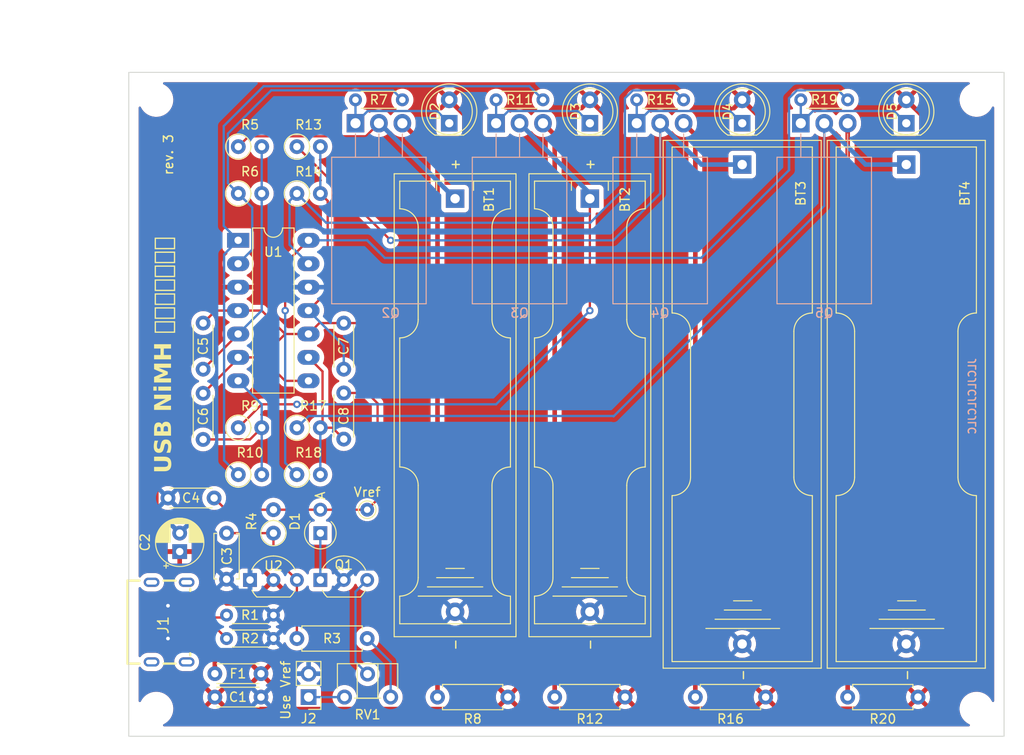
<source format=kicad_pcb>
(kicad_pcb (version 20221018) (generator pcbnew)
  (title_block (title "USB NiMH slow charger") (date "2023-03-05") (company "K.Takata"))
  (layers (0 "F.Cu" signal) (31 "B.Cu" signal) (34 "B.Paste" user) (35 "F.Paste" user) (36 "B.SilkS" user "B.Silkscreen") (37 "F.SilkS" user "F.Silkscreen") (38 "B.Mask" user) (39 "F.Mask" user) (44 "Edge.Cuts" user))
  (net 0 "")
  (net 1 "Net-(BT1-+)")
  (net 2 "GND")
  (net 3 "Net-(BT2-+)")
  (net 4 "+5V")
  (net 5 "Vref")
  (net 6 "Net-(D1-K)")
  (net 7 "Net-(D2-K)")
  (net 8 "Net-(D3-K)")
  (net 9 "/VBUS")
  (net 10 "Net-(J2-Pin_1)")
  (net 11 "Net-(J1-CC1)")
  (net 12 "Net-(J1-CC2)")
  (net 13 "Net-(Q3-E)")
  (net 14 "Net-(Q5-E)")
  (net 15 "/+3.3V")
  (net 16 "Net-(Q1-B)")
  (net 17 "Net-(BT3-+)")
  (net 18 "Net-(BT4-+)")
  (net 19 "Net-(D4-K)")
  (net 20 "Net-(D5-K)")
  (net 21 "Net-(U1C-+)")
  (net 23 "Net-(U1A-+)")
  (net 24 "Net-(U1B-+)")
  (net 25 "Net-(U1D-+)")
  (net 26 "Net-(R14-Pad1)")
  (net 27 "Net-(Q2-E)")
  (net 28 "Net-(Q4-E)")
  (net 29 "Net-(R6-Pad1)")
  (net 30 "Net-(R10-Pad1)")
  (net 31 "Net-(R18-Pad1)")
  (net 32 "Net-(R3-Pad1)")
  (footprint "Capacitor_THT:C_Disc_D4.7mm_W2.5mm_P5.00mm" (layer "F.Cu") (at 35.56 105.41 -90)
    (fp_text reference "C3" (at 2.5 -0.04 90) (layer "F.SilkS"))
    (fp_text value "10u")
    (pad "1" thru_hole circle (at 0 0 270) (size 1.6 1.6) (drill 0.8) (layers "*.Cu" "*.Mask") (net 15 "/+3.3V"))
    (pad "2" thru_hole circle (at 5 0 270) (size 1.6 1.6) (drill 0.8) (layers "*.Cu" "*.Mask") (net 2 "GND"))
  )
  (footprint "Resistor_THT:R_Axial_DIN0204_L3.6mm_D1.6mm_P5.08mm_Horizontal" (layer "F.Cu") (at 80.01 58.42)
    (fp_text reference "R15" (at 2.54 0) (layer "F.SilkS"))
    (fp_text value "2k")
    (pad "1" thru_hole circle (at 0 0) (size 1.4 1.4) (drill 0.7) (layers "*.Cu" "*.Mask") (net 19 "Net-(D4-K)"))
    (pad "2" thru_hole oval (at 5.08 0) (size 1.4 1.4) (drill 0.7) (layers "*.Cu" "*.Mask") (net 26 "Net-(R14-Pad1)"))
  )
  (footprint "MountingHole:MountingHole_3.2mm_M3" (layer "F.Cu") (at 116.84 124.46)
    (fp_text reference "H4" hide)
    (fp_text value "MountingHole")
    (pad "" np_thru_hole circle (at 0 0) (size 3.2 3.2) (drill 3.2) (layers "*.Cu" "*.Mask"))
  )
  (footprint "Capacitor_THT:C_Disc_D4.3mm_W1.9mm_P5.00mm" (layer "F.Cu") (at 34.29 120.65)
    (fp_text reference "F1" (at 2.5 0) (layer "F.SilkS"))
    (fp_text value "Polyfuse")
    (pad "1" thru_hole circle (at 0 0) (size 1.6 1.6) (drill 0.8) (layers "*.Cu" "*.Mask") (net 9 "/VBUS"))
    (pad "2" thru_hole circle (at 5 0) (size 1.6 1.6) (drill 0.8) (layers "*.Cu" "*.Mask") (net 4 "+5V"))
  )
  (footprint "Potentiometer_THT:Potentiometer_ACP_CA6-H2,5_Horizontal" (layer "F.Cu") (at 48.34 123.19 90)
    (fp_text reference "RV1" (at -1.905 2.5005 180) (layer "F.SilkS"))
    (fp_text value "10k")
    (pad "1" thru_hole circle (at 0 0 90) (size 1.62 1.62) (drill 0.9) (layers "*.Cu" "*.Mask") (net 10 "Net-(J2-Pin_1)"))
    (pad "2" thru_hole circle (at 2.5 2.5 90) (size 1.62 1.62) (drill 0.9) (layers "*.Cu" "*.Mask") (net 16 "Net-(Q1-B)"))
    (pad "3" thru_hole circle (at 0 5 90) (size 1.62 1.62) (drill 0.9) (layers "*.Cu" "*.Mask") (net 32 "Net-(R3-Pad1)"))
  )
  (footprint "Package_DIP:DIP-14_W7.62mm_LongPads" (layer "F.Cu") (at 36.815 73.655)
    (fp_text reference "U1" (at 3.81 1.27) (layer "F.SilkS"))
    (fp_text value "LM339")
    (pad "1" thru_hole rect (at 0 0) (size 2.4 1.6) (drill 0.8) (layers "*.Cu" "*.Mask") (net 30 "Net-(R10-Pad1)"))
    (pad "2" thru_hole oval (at 0 2.54) (size 2.4 1.6) (drill 0.8) (layers "*.Cu" "*.Mask") (net 29 "Net-(R6-Pad1)"))
    (pad "3" thru_hole oval (at 0 5.08) (size 2.4 1.6) (drill 0.8) (layers "*.Cu" "*.Mask") (net 4 "+5V"))
    (pad "4" thru_hole oval (at 0 7.62) (size 2.4 1.6) (drill 0.8) (layers "*.Cu" "*.Mask") (net 5 "Vref"))
    (pad "5" thru_hole oval (at 0 10.16) (size 2.4 1.6) (drill 0.8) (layers "*.Cu" "*.Mask") (net 23 "Net-(U1A-+)"))
    (pad "6" thru_hole oval (at 0 12.7) (size 2.4 1.6) (drill 0.8) (layers "*.Cu" "*.Mask") (net 5 "Vref"))
    (pad "7" thru_hole oval (at 0 15.24) (size 2.4 1.6) (drill 0.8) (layers "*.Cu" "*.Mask") (net 24 "Net-(U1B-+)"))
    (pad "8" thru_hole oval (at 7.62 15.24) (size 2.4 1.6) (drill 0.8) (layers "*.Cu" "*.Mask") (net 5 "Vref"))
    (pad "9" thru_hole oval (at 7.62 12.7) (size 2.4 1.6) (drill 0.8) (layers "*.Cu" "*.Mask") (net 25 "Net-(U1D-+)"))
    (pad "10" thru_hole oval (at 7.62 10.16) (size 2.4 1.6) (drill 0.8) (layers "*.Cu" "*.Mask") (net 5 "Vref"))
    (pad "11" thru_hole oval (at 7.62 7.62) (size 2.4 1.6) (drill 0.8) (layers "*.Cu" "*.Mask") (net 21 "Net-(U1C-+)"))
    (pad "12" thru_hole oval (at 7.62 5.08) (size 2.4 1.6) (drill 0.8) (layers "*.Cu" "*.Mask") (net 2 "GND"))
    (pad "13" thru_hole oval (at 7.62 2.54) (size 2.4 1.6) (drill 0.8) (layers "*.Cu" "*.Mask") (net 26 "Net-(R14-Pad1)"))
    (pad "14" thru_hole oval (at 7.62 0) (size 2.4 1.6) (drill 0.8) (layers "*.Cu" "*.Mask") (net 31 "Net-(R18-Pad1)"))
  )
  (footprint "Capacitor_THT:CP_Radial_D5.0mm_P2.00mm" (layer "F.Cu") (at 30.48 107.41 90)
    (fp_text reference "C2" (at 1 -3.75 90) (layer "F.SilkS"))
    (fp_text value "100u")
    (pad "1" thru_hole rect (at 0 0 90) (size 1.6 1.6) (drill 0.8) (layers "*.Cu" "*.Mask") (net 4 "+5V"))
    (pad "2" thru_hole circle (at 2 0 90) (size 1.6 1.6) (drill 0.8) (layers "*.Cu" "*.Mask") (net 2 "GND"))
  )
  (footprint "Diode_THT:D_DO-41_SOD81_P2.54mm_Vertical_AnodeUp" (layer "F.Cu") (at 45.72 105.41 90)
    (fp_text reference "D1" (at 1.27 -2.750635 90) (layer "F.SilkS"))
    (fp_text value "11EQS03L")
    (fp_text user "A" (at 4.064 0 90) (layer "F.SilkS"))
    (pad "1" thru_hole rect (at 0 0 90) (size 1.5 1.5) (drill 0.8) (layers "*.Cu" "*.Mask") (net 6 "Net-(D1-K)"))
    (pad "2" thru_hole oval (at 2.54 0 90) (size 1.5 1.5) (drill 0.8) (layers "*.Cu" "*.Mask") (net 5 "Vref"))
  )
  (footprint "Resistor_THT:R_Axial_DIN0207_L6.3mm_D2.5mm_P2.54mm_Vertical" (layer "F.Cu") (at 36.83 63.5)
    (fp_text reference "R5" (at 1.27 -2.37) (layer "F.SilkS"))
    (fp_text value "10k")
    (pad "1" thru_hole circle (at 0 0) (size 1.6 1.6) (drill 0.8) (layers "*.Cu" "*.Mask") (net 1 "Net-(BT1-+)"))
    (pad "2" thru_hole oval (at 2.54 0) (size 1.6 1.6) (drill 0.8) (layers "*.Cu" "*.Mask") (net 23 "Net-(U1A-+)"))
  )
  (footprint "LED_THT:LED_D5.0mm" (layer "F.Cu") (at 91.44 60.96 90)
    (fp_text reference "D4" (at 1.27 -1.524 90) (layer "F.SilkS"))
    (fp_text value "LED")
    (pad "1" thru_hole rect (at 0 0 90) (size 1.8 1.8) (drill 0.9) (layers "*.Cu" "*.Mask") (net 19 "Net-(D4-K)"))
    (pad "2" thru_hole circle (at 2.54 0 90) (size 1.8 1.8) (drill 0.9) (layers "*.Cu" "*.Mask") (net 4 "+5V"))
  )
  (footprint "TestPoint:TestPoint_THTPad_D1.5mm_Drill0.7mm" (layer "F.Cu") (at 50.8 102.87)
    (fp_text reference "TP1" hide)
    (fp_text value "Vref" (at 0 -1.905) (layer "F.SilkS"))
    (pad "1" thru_hole circle (at 0 0) (size 1.5 1.5) (drill 0.7) (layers "*.Cu" "*.Mask") (net 5 "Vref"))
  )
  (footprint "Package_TO_SOT_THT:TO-92_Inline_Wide" (layer "F.Cu") (at 45.72 110.49)
    (fp_text reference "Q1" (at 2.54 -1.63) (layer "F.SilkS"))
    (fp_text value "2SA1015")
    (pad "1" thru_hole rect (at 0 0) (size 1.5 1.5) (drill 0.8) (layers "*.Cu" "*.Mask") (net 6 "Net-(D1-K)"))
    (pad "2" thru_hole circle (at 2.54 0) (size 1.5 1.5) (drill 0.8) (layers "*.Cu" "*.Mask") (net 2 "GND"))
    (pad "3" thru_hole circle (at 5.08 0) (size 1.5 1.5) (drill 0.8) (layers "*.Cu" "*.Mask") (net 16 "Net-(Q1-B)"))
  )
  (footprint "LED_THT:LED_D5.0mm" (layer "F.Cu") (at 74.93 60.96 90)
    (fp_text reference "D3" (at 1.27 -1.524 90) (layer "F.SilkS"))
    (fp_text value "LED")
    (pad "1" thru_hole rect (at 0 0 90) (size 1.8 1.8) (drill 0.9) (layers "*.Cu" "*.Mask") (net 8 "Net-(D3-K)"))
    (pad "2" thru_hole circle (at 2.54 0 90) (size 1.8 1.8) (drill 0.9) (layers "*.Cu" "*.Mask") (net 4 "+5V"))
  )
  (footprint "Resistor_THT:R_Axial_DIN0207_L6.3mm_D2.5mm_P2.54mm_Vertical" (layer "F.Cu") (at 36.83 68.58)
    (fp_text reference "R6" (at 1.27 -2.37) (layer "F.SilkS"))
    (fp_text value "1M")
    (pad "1" thru_hole circle (at 0 0) (size 1.6 1.6) (drill 0.8) (layers "*.Cu" "*.Mask") (net 29 "Net-(R6-Pad1)"))
    (pad "2" thru_hole oval (at 2.54 0) (size 1.6 1.6) (drill 0.8) (layers "*.Cu" "*.Mask") (net 23 "Net-(U1A-+)"))
  )
  (footprint "Resistor_THT:R_Axial_DIN0207_L6.3mm_D2.5mm_P7.62mm_Horizontal" (layer "F.Cu") (at 50.8 116.84 180)
    (fp_text reference "R3" (at 3.81 0) (layer "F.SilkS"))
    (fp_text value "10k")
    (pad "1" thru_hole circle (at 0 0 180) (size 1.6 1.6) (drill 0.8) (layers "*.Cu" "*.Mask") (net 32 "Net-(R3-Pad1)"))
    (pad "2" thru_hole oval (at 7.62 0 180) (size 1.6 1.6) (drill 0.8) (layers "*.Cu" "*.Mask") (net 15 "/+3.3V"))
  )
  (footprint "Package_TO_SOT_THT:TO-92_Inline_Wide" (layer "F.Cu") (at 38.1 110.49)
    (fp_text reference "U2" (at 2.54 -1.524) (layer "F.SilkS"))
    (fp_text value "S-812C33A_TO92")
    (pad "1" thru_hole rect (at 0 0) (size 1.5 1.5) (drill 0.8) (layers "*.Cu" "*.Mask") (net 2 "GND"))
    (pad "2" thru_hole circle (at 2.54 0) (size 1.5 1.5) (drill 0.8) (layers "*.Cu" "*.Mask") (net 4 "+5V"))
    (pad "3" thru_hole circle (at 5.08 0) (size 1.5 1.5) (drill 0.8) (layers "*.Cu" "*.Mask") (net 15 "/+3.3V"))
  )
  (footprint "Battery:BatteryHolder_Keystone_2460_1xAA" (layer "F.Cu") (at 91.44 65.44 -90)
    (fp_text reference "BT3" (at 3.14 -6.35 90) (layer "F.SilkS"))
    (fp_text value "Battery_Cell (AA)")
    (fp_text user "-" (at 55.37 -0.06 90) (layer "F.SilkS"))
    (pad "1" thru_hole rect (at 0 0 90) (size 2 2) (drill 1.02) (layers "*.Cu" "*.Mask") (net 17 "Net-(BT3-+)"))
    (pad "2" thru_hole circle (at 51.99 0 90) (size 2 2) (drill 1.02) (layers "*.Cu" "*.Mask") (net 2 "GND"))
  )
  (footprint "Capacitor_THT:C_Disc_D4.3mm_W1.9mm_P5.00mm" (layer "F.Cu") (at 33.02 87.63 90)
    (fp_text reference "C5" (at 2.5 0 90) (layer "F.SilkS"))
    (fp_text value "0.1u")
    (pad "1" thru_hole circle (at 0 0 90) (size 1.6 1.6) (drill 0.8) (layers "*.Cu" "*.Mask") (net 23 "Net-(U1A-+)"))
    (pad "2" thru_hole circle (at 5 0 90) (size 1.6 1.6) (drill 0.8) (layers "*.Cu" "*.Mask") (net 5 "Vref"))
  )
  (footprint "Capacitor_THT:C_Disc_D4.3mm_W1.9mm_P5.00mm" (layer "F.Cu") (at 48.26 87.63 90)
    (fp_text reference "C7" (at 2.5 0 90) (layer "F.SilkS"))
    (fp_text value "0.1u")
    (pad "1" thru_hole circle (at 0 0 90) (size 1.6 1.6) (drill 0.8) (layers "*.Cu" "*.Mask") (net 21 "Net-(U1C-+)"))
    (pad "2" thru_hole circle (at 5 0 90) (size 1.6 1.6) (drill 0.8) (layers "*.Cu" "*.Mask") (net 5 "Vref"))
  )
  (footprint "mylib:USB_C_Receptacle_CUI_Devices_UJC-HP-3-SMT-TR" (layer "F.Cu") (at 29.332 115.06 -90)
    (fp_text reference "J1" (at -0.76 0.635 90) (layer "F.SilkS") (effects (font (size 1.143 1.143) (thickness 0.152)) (justify right)))
    (fp_text value "USB_C_Receptacle_Simple")
    (pad "A5" smd rect (at -0.5 -2.1 270) (size 0.7 1.6) (layers "F.Cu" "F.Paste" "F.Mask") (net 11 "Net-(J1-CC1)"))
    (pad "A9" smd rect (at 1.52 -2.1 270) (size 0.8 1.6) (layers "F.Cu" "F.Paste" "F.Mask") (net 9 "/VBUS"))
    (pad "A12" smd rect (at 2.75 -2.1 270) (size 0.9 1.6) (layers "F.Cu" "F.Paste" "F.Mask") (net 2 "GND"))
    (pad "B5" smd rect (at 0.5 -2.1 270) (size 0.7 1.6) (layers "F.Cu" "F.Paste" "F.Mask") (net 12 "Net-(J1-CC2)"))
    (pad "B9" smd rect (at -1.52 -2.1 270) (size 0.8 1.6) (layers "F.Cu" "F.Paste" "F.Mask") (net 9 "/VBUS"))
    (pad "B12" smd rect (at -2.75 -2.1 270) (size 0.9 1.6) (layers "F.Cu" "F.Paste" "F.Mask") (net 2 "GND"))
    (pad "S1" thru_hole oval (at -4.32 -1.9 270) (size 1 1.7) (drill oval 0.5 1.2) (layers "*.Cu" "*.Mask"))
    (pad "S1" thru_hole oval (at -4.32 1.9 270) (size 1 1.7) (drill oval 0.5 1.2) (layers "*.Cu" "*.Mask"))
    (pad "S1" thru_hole oval (at 4.32 -1.9 270) (size 1 1.7) (drill oval 0.5 1.2) (layers "*.Cu" "*.Mask"))
    (pad "S1" thru_hole oval (at 4.32 1.9 270) (size 1 1.7) (drill oval 0.5 1.2) (layers "*.Cu" "*.Mask"))
  )
  (footprint "LED_THT:LED_D5.0mm" (layer "F.Cu") (at 109.22 60.96 90)
    (fp_text reference "D5" (at 1.27 -1.524 90) (layer "F.SilkS"))
    (fp_text value "LED")
    (pad "1" thru_hole rect (at 0 0 90) (size 1.8 1.8) (drill 0.9) (layers "*.Cu" "*.Mask") (net 20 "Net-(D5-K)"))
    (pad "2" thru_hole circle (at 2.54 0 90) (size 1.8 1.8) (drill 0.9) (layers "*.Cu" "*.Mask") (net 4 "+5V"))
  )
  (footprint "Resistor_THT:R_Axial_DIN0204_L3.6mm_D1.6mm_P5.08mm_Horizontal" (layer "F.Cu") (at 64.77 58.42)
    (fp_text reference "R11" (at 2.54 0) (layer "F.SilkS"))
    (fp_text value "2k")
    (pad "1" thru_hole circle (at 0 0) (size 1.4 1.4) (drill 0.7) (layers "*.Cu" "*.Mask") (net 8 "Net-(D3-K)"))
    (pad "2" thru_hole oval (at 5.08 0) (size 1.4 1.4) (drill 0.7) (layers "*.Cu" "*.Mask") (net 30 "Net-(R10-Pad1)"))
  )
  (footprint "Resistor_THT:R_Axial_DIN0207_L6.3mm_D2.5mm_P7.62mm_Horizontal" (layer "F.Cu") (at 66.04 123.19 180)
    (fp_text reference "R8" (at 3.81 -2.37) (layer "F.SilkS"))
    (fp_text value "15")
    (pad "1" thru_hole circle (at 0 0 180) (size 1.6 1.6) (drill 0.8) (layers "*.Cu" "*.Mask") (net 4 "+5V"))
    (pad "2" thru_hole oval (at 7.62 0 180) (size 1.6 1.6) (drill 0.8) (layers "*.Cu" "*.Mask") (net 27 "Net-(Q2-E)"))
  )
  (footprint "Connector_PinHeader_2.54mm:PinHeader_1x02_P2.54mm_Vertical" (layer "F.Cu") (at 44.45 123.195 180)
    (fp_text reference "J2" (at 0 -2.33) (layer "F.SilkS"))
    (fp_text value "Conn_02x01")
    (pad "1" thru_hole rect (at 0 0 180) (size 1.7 1.7) (drill 1) (layers "*.Cu" "*.Mask") (net 10 "Net-(J2-Pin_1)"))
    (pad "2" thru_hole oval (at 0 2.54 180) (size 1.7 1.7) (drill 1) (layers "*.Cu" "*.Mask") (net 2 "GND"))
  )
  (footprint "Resistor_THT:R_Axial_DIN0207_L6.3mm_D2.5mm_P7.62mm_Horizontal" (layer "F.Cu") (at 110.49 123.19 180)
    (fp_text reference "R20" (at 3.81 -2.37) (layer "F.SilkS"))
    (fp_text value "5.6")
    (pad "1" thru_hole circle (at 0 0 180) (size 1.6 1.6) (drill 0.8) (layers "*.Cu" "*.Mask") (net 4 "+5V"))
    (pad "2" thru_hole oval (at 7.62 0 180) (size 1.6 1.6) (drill 0.8) (layers "*.Cu" "*.Mask") (net 14 "Net-(Q5-E)"))
  )
  (footprint "Capacitor_THT:C_Disc_D4.3mm_W1.9mm_P5.00mm" (layer "F.Cu") (at 33.02 95.25 90)
    (fp_text reference "C6" (at 2.5 0 90) (layer "F.SilkS"))
    (fp_text value "0.1u")
    (pad "1" thru_hole circle (at 0 0 90) (size 1.6 1.6) (drill 0.8) (layers "*.Cu" "*.Mask") (net 24 "Net-(U1B-+)"))
    (pad "2" thru_hole circle (at 5 0 90) (size 1.6 1.6) (drill 0.8) (layers "*.Cu" "*.Mask") (net 5 "Vref"))
  )
  (footprint "Resistor_THT:R_Axial_DIN0204_L3.6mm_D1.6mm_P5.08mm_Horizontal" (layer "F.Cu") (at 40.64 114.3 180)
    (fp_text reference "R1" (at 2.54 0 180) (layer "F.SilkS"))
    (fp_text value "5.1k")
    (pad "1" thru_hole circle (at 0 0 180) (size 1.4 1.4) (drill 0.7) (layers "*.Cu" "*.Mask") (net 2 "GND"))
    (pad "2" thru_hole oval (at 5.08 0 180) (size 1.4 1.4) (drill 0.7) (layers "*.Cu" "*.Mask") (net 11 "Net-(J1-CC1)"))
  )
  (footprint "Capacitor_THT:C_Disc_D4.3mm_W1.9mm_P5.00mm" (layer "F.Cu") (at 34.21 101.6 180)
    (fp_text reference "C4" (at 2.5 0) (layer "F.SilkS"))
    (fp_text value "0.1u")
    (pad "1" thru_hole circle (at 0 0 180) (size 1.6 1.6) (drill 0.8) (layers "*.Cu" "*.Mask") (net 5 "Vref"))
    (pad "2" thru_hole circle (at 5 0 180) (size 1.6 1.6) (drill 0.8) (layers "*.Cu" "*.Mask") (net 2 "GND"))
  )
  (footprint "Resistor_THT:R_Axial_DIN0207_L6.3mm_D2.5mm_P7.62mm_Horizontal" (layer "F.Cu") (at 93.98 123.19 180)
    (fp_text reference "R16" (at 3.81 -2.37) (layer "F.SilkS"))
    (fp_text value "5.6")
    (pad "1" thru_hole circle (at 0 0 180) (size 1.6 1.6) (drill 0.8) (layers "*.Cu" "*.Mask") (net 4 "+5V"))
    (pad "2" thru_hole oval (at 7.62 0 180) (size 1.6 1.6) (drill 0.8) (layers "*.Cu" "*.Mask") (net 28 "Net-(Q4-E)"))
  )
  (footprint "Resistor_THT:R_Axial_DIN0207_L6.3mm_D2.5mm_P2.54mm_Vertical" (layer "F.Cu") (at 36.83 93.98)
    (fp_text reference "R9" (at 1.27 -2.37) (layer "F.SilkS"))
    (fp_text value "10k")
    (pad "1" thru_hole circle (at 0 0) (size 1.6 1.6) (drill 0.8) (layers "*.Cu" "*.Mask") (net 3 "Net-(BT2-+)"))
    (pad "2" thru_hole oval (at 2.54 0) (size 1.6 1.6) (drill 0.8) (layers "*.Cu" "*.Mask") (net 24 "Net-(U1B-+)"))
  )
  (footprint "mylib:BatteryHolder_COMF_BH-411-4P24_1xAAA" (layer "F.Cu") (at 74.93 69.14 -90)
    (fp_text reference "BT2" (at 0.1 -3.81 90) (layer "F.SilkS"))
    (fp_text value "Battery_Cell (AAA)")
    (fp_text user "-" (at 48.36 0 -90) (layer "F.SilkS"))
    (fp_text user "+" (at -3.71 0 -90) (layer "F.SilkS"))
    (pad "1" thru_hole rect (at 0 0 270) (size 2 2) (drill 1.02) (layers "*.Cu" "*.Mask") (net 3 "Net-(BT2-+)"))
    (pad "2" thru_hole circle (at 44.8 0 270) (size 2 2) (drill 1.02) (layers "*.Cu" "*.Mask") (net 2 "GND"))
  )
  (footprint "Resistor_THT:R_Axial_DIN0207_L6.3mm_D2.5mm_P2.54mm_Vertical" (layer "F.Cu") (at 40.64 105.41 90)
    (fp_text reference "R4" (at 1.27 -2.37 90) (layer "F.SilkS"))
    (fp_text value "10k")
    (pad "1" thru_hole circle (at 0 0 90) (size 1.6 1.6) (drill 0.8) (layers "*.Cu" "*.Mask") (net 15 "/+3.3V"))
    (pad "2" thru_hole oval (at 2.54 0 90) (size 1.6 1.6) (drill 0.8) (layers "*.Cu" "*.Mask") (net 5 "Vref"))
  )
  (footprint "Resistor_THT:R_Axial_DIN0204_L3.6mm_D1.6mm_P5.08mm_Horizontal" (layer "F.Cu") (at 40.64 116.84 180)
    (fp_text reference "R2" (at 2.54 0 180) (layer "F.SilkS"))
    (fp_text value "5.1k")
    (pad "1" thru_hole circle (at 0 0 180) (size 1.4 1.4) (drill 0.7) (layers "*.Cu" "*.Mask") (net 2 "GND"))
    (pad "2" thru_hole oval (at 5.08 0 180) (size 1.4 1.4) (drill 0.7) (layers "*.Cu" "*.Mask") (net 12 "Net-(J1-CC2)"))
  )
  (footprint "Resistor_THT:R_Axial_DIN0207_L6.3mm_D2.5mm_P7.62mm_Horizontal" (layer "F.Cu") (at 78.74 123.19 180)
    (fp_text reference "R12" (at 3.81 -2.37) (layer "F.SilkS"))
    (fp_text value "15")
    (pad "1" thru_hole circle (at 0 0 180) (size 1.6 1.6) (drill 0.8) (layers "*.Cu" "*.Mask") (net 4 "+5V"))
    (pad "2" thru_hole oval (at 7.62 0 180) (size 1.6 1.6) (drill 0.8) (layers "*.Cu" "*.Mask") (net 13 "Net-(Q3-E)"))
  )
  (footprint "Resistor_THT:R_Axial_DIN0204_L3.6mm_D1.6mm_P5.08mm_Horizontal" (layer "F.Cu") (at 97.79 58.42)
    (fp_text reference "R19" (at 2.54 0) (layer "F.SilkS"))
    (fp_text value "2k")
    (pad "1" thru_hole circle (at 0 0) (size 1.4 1.4) (drill 0.7) (layers "*.Cu" "*.Mask") (net 20 "Net-(D5-K)"))
    (pad "2" thru_hole oval (at 5.08 0) (size 1.4 1.4) (drill 0.7) (layers "*.Cu" "*.Mask") (net 31 "Net-(R18-Pad1)"))
  )
  (footprint "MountingHole:MountingHole_3.2mm_M3" (layer "F.Cu") (at 27.94 58.42)
    (fp_text reference "H1" hide)
    (fp_text value "MountingHole")
    (pad "" np_thru_hole circle (at 0 0) (size 3.2 3.2) (drill 3.2) (layers "*.Cu" "*.Mask"))
  )
  (footprint "Resistor_THT:R_Axial_DIN0207_L6.3mm_D2.5mm_P2.54mm_Vertical" (layer "F.Cu") (at 43.18 63.5)
    (fp_text reference "R13" (at 1.27 -2.37) (layer "F.SilkS"))
    (fp_text value "10k")
    (pad "1" thru_hole circle (at 0 0) (size 1.6 1.6) (drill 0.8) (layers "*.Cu" "*.Mask") (net 17 "Net-(BT3-+)"))
    (pad "2" thru_hole oval (at 2.54 0) (size 1.6 1.6) (drill 0.8) (layers "*.Cu" "*.Mask") (net 21 "Net-(U1C-+)"))
  )
  (footprint "Capacitor_THT:C_Disc_D4.3mm_W1.9mm_P5.00mm" (layer "F.Cu") (at 48.26 95.21 90)
    (fp_text reference "C8" (at 2.5 0 90) (layer "F.SilkS"))
    (fp_text value "0.1u")
    (pad "1" thru_hole circle (at 0 0 90) (size 1.6 1.6) (drill 0.8) (layers "*.Cu" "*.Mask") (net 25 "Net-(U1D-+)"))
    (pad "2" thru_hole circle (at 5 0 90) (size 1.6 1.6) (drill 0.8) (layers "*.Cu" "*.Mask") (net 5 "Vref"))
  )
  (footprint "Resistor_THT:R_Axial_DIN0207_L6.3mm_D2.5mm_P2.54mm_Vertical" (layer "F.Cu") (at 43.18 99.06)
    (fp_text reference "R18" (at 1.27 -2.37) (layer "F.SilkS"))
    (fp_text value "1M")
    (pad "1" thru_hole circle (at 0 0) (size 1.6 1.6) (drill 0.8) (layers "*.Cu" "*.Mask") (net 31 "Net-(R18-Pad1)"))
    (pad "2" thru_hole oval (at 2.54 0) (size 1.6 1.6) (drill 0.8) (layers "*.Cu" "*.Mask") (net 25 "Net-(U1D-+)"))
  )
  (footprint "LED_THT:LED_D5.0mm" (layer "F.Cu") (at 59.69 60.96 90)
    (fp_text reference "D2" (at 1.27 -1.524 90) (layer "F.SilkS"))
    (fp_text value "LED")
    (pad "1" thru_hole rect (at 0 0 90) (size 1.8 1.8) (drill 0.9) (layers "*.Cu" "*.Mask") (net 7 "Net-(D2-K)"))
    (pad "2" thru_hole circle (at 2.54 0 90) (size 1.8 1.8) (drill 0.9) (layers "*.Cu" "*.Mask") (net 4 "+5V"))
  )
  (footprint "MountingHole:MountingHole_3.2mm_M3" (layer "F.Cu") (at 27.94 124.46)
    (fp_text reference "H2" hide)
    (fp_text value "MountingHole")
    (pad "" np_thru_hole circle (at 0 0) (size 3.2 3.2) (drill 3.2) (layers "*.Cu" "*.Mask"))
  )
  (footprint "Battery:BatteryHolder_Keystone_2460_1xAA" (layer "F.Cu") (at 109.22 65.44 -90)
    (fp_text reference "BT4" (at 3.14 -6.35 90) (layer "F.SilkS"))
    (fp_text value "Battery_Cell (AA)")
    (fp_text user "-" (at 55.37 -0.06 90) (layer "F.SilkS"))
    (pad "1" thru_hole rect (at 0 0 90) (size 2 2) (drill 1.02) (layers "*.Cu" "*.Mask") (net 18 "Net-(BT4-+)"))
    (pad "2" thru_hole circle (at 51.99 0 90) (size 2 2) (drill 1.02) (layers "*.Cu" "*.Mask") (net 2 "GND"))
  )
  (footprint "Resistor_THT:R_Axial_DIN0207_L6.3mm_D2.5mm_P2.54mm_Vertical" (layer "F.Cu") (at 43.18 68.58)
    (fp_text reference "R14" (at 1.27 -2.37) (layer "F.SilkS"))
    (fp_text value "1M")
    (pad "1" thru_hole circle (at 0 0) (size 1.6 1.6) (drill 0.8) (layers "*.Cu" "*.Mask") (net 26 "Net-(R14-Pad1)"))
    (pad "2" thru_hole oval (at 2.54 0) (size 1.6 1.6) (drill 0.8) (layers "*.Cu" "*.Mask") (net 21 "Net-(U1C-+)"))
  )
  (footprint "Resistor_THT:R_Axial_DIN0207_L6.3mm_D2.5mm_P2.54mm_Vertical" (layer "F.Cu") (at 43.18 93.98)
    (fp_text reference "R17" (at 1.778 -2.37) (layer "F.SilkS"))
    (fp_text value "10k")
    (pad "1" thru_hole circle (at 0 0) (size 1.6 1.6) (drill 0.8) (layers "*.Cu" "*.Mask") (net 18 "Net-(BT4-+)"))
    (pad "2" thru_hole oval (at 2.54 0) (size 1.6 1.6) (drill 0.8) (layers "*.Cu" "*.Mask") (net 25 "Net-(U1D-+)"))
  )
  (footprint "mylib:BatteryHolder_COMF_BH-411-4P24_1xAAA" (layer "F.Cu") (at 60.325 69.14 -90)
    (fp_text reference "BT1" (at 0.1 -3.683 90) (layer "F.SilkS"))
    (fp_text value "Battery_Cell (AAA)")
    (fp_text user "+" (at -3.71 0 -90) (layer "F.SilkS"))
    (fp_text user "-" (at 48.36 0 -90) (layer "F.SilkS"))
    (pad "1" thru_hole rect (at 0 0 270) (size 2 2) (drill 1.02) (layers "*.Cu" "*.Mask") (net 1 "Net-(BT1-+)"))
    (pad "2" thru_hole circle (at 44.8 0 270) (size 2 2) (drill 1.02) (layers "*.Cu" "*.Mask") (net 2 "GND"))
  )
  (footprint "Capacitor_THT:C_Disc_D4.3mm_W1.9mm_P5.00mm" (layer "F.Cu") (at 34.29 123.19)
    (fp_text reference "C1" (at 2.5 0) (layer "F.SilkS"))
    (fp_text value "0.1u")
    (pad "1" thru_hole circle (at 0 0) (size 1.6 1.6) (drill 0.8) (layers "*.Cu" "*.Mask") (net 4 "+5V"))
    (pad "2" thru_hole circle (at 5 0) (size 1.6 1.6) (drill 0.8) (layers "*.Cu" "*.Mask") (net 2 "GND"))
  )
  (footprint "MountingHole:MountingHole_3.2mm_M3" (layer "F.Cu") (at 116.84 58.42)
    (fp_text reference "H3" hide)
    (fp_text value "MountingHole")
    (pad "" np_thru_hole circle (at 0 0) (size 3.2 3.2) (drill 3.2) (layers "*.Cu" "*.Mask"))
  )
  (footprint "Resistor_THT:R_Axial_DIN0204_L3.6mm_D1.6mm_P5.08mm_Horizontal" (layer "F.Cu") (at 49.53 58.42)
    (fp_text reference "R7" (at 2.52 0) (layer "F.SilkS"))
    (fp_text value "2k")
    (pad "1" thru_hole circle (at 0 0) (size 1.4 1.4) (drill 0.7) (layers "*.Cu" "*.Mask") (net 7 "Net-(D2-K)"))
    (pad "2" thru_hole oval (at 5.08 0) (size 1.4 1.4) (drill 0.7) (layers "*.Cu" "*.Mask") (net 29 "Net-(R6-Pad1)"))
  )
  (footprint "Resistor_THT:R_Axial_DIN0207_L6.3mm_D2.5mm_P2.54mm_Vertical" (layer "F.Cu") (at 36.83 99.06)
    (fp_text reference "R10" (at 1.27 -2.37) (layer "F.SilkS"))
    (fp_text value "1M")
    (pad "1" thru_hole circle (at 0 0) (size 1.6 1.6) (drill 0.8) (layers "*.Cu" "*.Mask") (net 30 "Net-(R10-Pad1)"))
    (pad "2" thru_hole oval (at 2.54 0) (size 1.6 1.6) (drill 0.8) (layers "*.Cu" "*.Mask") (net 24 "Net-(U1B-+)"))
  )
  (footprint "Package_TO_SOT_THT:TO-220-3_Horizontal_TabDown" (layer "B.Cu") (at 49.53 60.96)
    (fp_text reference "Q2" (at 3.81 20.574 180) (layer "B.SilkS") (effects (justify mirror)))
    (fp_text value "2SB834")
    (pad "1" thru_hole rect (at 0 0) (size 1.905 2) (drill 1.1) (layers "*.Cu" "*.Mask") (net 7 "Net-(D2-K)"))
    (pad "2" thru_hole oval (at 2.54 0) (size 1.905 2) (drill 1.1) (layers "*.Cu" "*.Mask") (net 1 "Net-(BT1-+)"))
    (pad "3" thru_hole oval (at 5.08 0) (size 1.905 2) (drill 1.1) (layers "*.Cu" "*.Mask") (net 27 "Net-(Q2-E)"))
  )
  (footprint "Package_TO_SOT_THT:TO-220-3_Horizontal_TabDown" (layer "B.Cu") (at 80.01 60.96)
    (fp_text reference "Q4" (at 2.54 20.58 180) (layer "B.SilkS") (effects (justify mirror)))
    (fp_text value "2SB834")
    (pad "1" thru_hole rect (at 0 0) (size 1.905 2) (drill 1.1) (layers "*.Cu" "*.Mask") (net 19 "Net-(D4-K)"))
    (pad "2" thru_hole oval (at 2.54 0) (size 1.905 2) (drill 1.1) (layers "*.Cu" "*.Mask") (net 17 "Net-(BT3-+)"))
    (pad "3" thru_hole oval (at 5.08 0) (size 1.905 2) (drill 1.1) (layers "*.Cu" "*.Mask") (net 28 "Net-(Q4-E)"))
  )
  (footprint "Package_TO_SOT_THT:TO-220-3_Horizontal_TabDown" (layer "B.Cu") (at 64.77 60.96)
    (fp_text reference "Q3" (at 2.54 20.58) (layer "B.SilkS") (effects (justify mirror)))
    (fp_text value "2SB834")
    (pad "1" thru_hole rect (at 0 0) (size 1.905 2) (drill 1.1) (layers "*.Cu" "*.Mask") (net 8 "Net-(D3-K)"))
    (pad "2" thru_hole oval (at 2.54 0) (size 1.905 2) (drill 1.1) (layers "*.Cu" "*.Mask") (net 3 "Net-(BT2-+)"))
    (pad "3" thru_hole oval (at 5.08 0) (size 1.905 2) (drill 1.1) (layers "*.Cu" "*.Mask") (net 13 "Net-(Q3-E)"))
  )
  (footprint "Package_TO_SOT_THT:TO-220-3_Horizontal_TabDown" (layer "B.Cu") (at 97.79 60.96)
    (fp_text reference "Q5" (at 2.54 20.58 180) (layer "B.SilkS") (effects (justify mirror)))
    (fp_text value "2SB834")
    (pad "1" thru_hole rect (at 0 0) (size 1.905 2) (drill 1.1) (layers "*.Cu" "*.Mask") (net 20 "Net-(D5-K)"))
    (pad "2" thru_hole oval (at 2.54 0) (size 1.905 2) (drill 1.1) (layers "*.Cu" "*.Mask") (net 18 "Net-(BT4-+)"))
    (pad "3" thru_hole oval (at 5.08 0) (size 1.905 2) (drill 1.1) (layers "*.Cu" "*.Mask") (net 14 "Net-(Q5-E)"))
  )
  (gr_rect (start 24.96 55.44) (end 119.82 127.44) (stroke (width 0.1)) (fill none) (layer "Edge.Cuts"))
  (gr_text "JLCJLCJLCJLC" (at 116.84 86.36 90) (layer "B.SilkS") (effects (font (size 0.8 0.8)) (justify left bottom mirror)))
  (gr_text "Use Vref" (at 42.545 125.73 90) (layer "F.SilkS") (effects (font (size 1 1)) (justify left bottom)))
  (gr_text "rev. 3" (at 29.845 66.675 90) (layer "F.SilkS") (effects (font (size 1 1)) (justify left bottom)))
  (gr_text "USB NiMH ゆっくり充電器" (at 29.845 98.933 90) (layer "F.SilkS") (effects (font (size 1.8 1.8) (thickness 0.2) bold) (justify left bottom)))
  (segment (start 37.955 62.375) (end 50.655 62.375) (width 0.25) (layer "F.Cu") (net 1))
  (segment (start 50.655 62.375) (end 52.07 60.96) (width 0.25) (layer "F.Cu") (net 1))
  (segment (start 36.83 63.5) (end 37.955 62.375) (width 0.25) (layer "F.Cu") (net 1))
  (segment (start 60.325 69.14) (end 52.145 60.96) (width 0.5) (layer "B.Cu") (net 1))
  (segment (start 52.145 60.96) (end 52.07 60.96) (width 0.25) (layer "B.Cu") (net 1))
  (segment (start 29.21 113.232) (end 30.132 112.31) (width 0.5) (layer "F.Cu") (net 2))
  (segment (start 29.21 116.84) (end 29.21 113.284) (width 0.5) (layer "F.Cu") (net 2))
  (segment (start 29.21 113.284) (end 29.21 113.232) (width 0.5) (layer "F.Cu") (net 2))
  (segment (start 31.432 117.81) (end 30.132 117.81) (width 0.5) (layer "F.Cu") (net 2))
  (segment (start 30.132 117.81) (end 29.21 116.888) (width 0.5) (layer "F.Cu") (net 2))
  (segment (start 30.132 112.31) (end 31.432 112.31) (width 0.5) (layer "F.Cu") (net 2))
  (segment (start 29.21 116.888) (end 29.21 116.84) (width 0.5) (layer "F.Cu") (net 2))
  (via (at 29.21 116.84) (size 0.8) (drill 0.4) (layers "F.Cu" "B.Cu") (net 2))
  (via (at 29.21 113.284) (size 0.8) (drill 0.4) (layers "F.Cu" "B.Cu") (net 2))
  (segment (start 39.29 123.19) (end 41.83 120.65) (width 0.5) (layer "B.Cu") (net 2))
  (segment (start 34.29 109.14) (end 35.56 110.41) (width 0.5) (layer "B.Cu") (net 2))
  (segment (start 30.48 118.11) (end 39.37 118.11) (width 0.5) (layer "B.Cu") (net 2))
  (segment (start 29.21 101.6) (end 31.75 104.14) (width 0.5) (layer "B.Cu") (net 2))
  (segment (start 44.45 120.65) (end 44.45 120.655) (width 0.5) (layer "B.Cu") (net 2))
  (segment (start 33.02 104.14) (end 31.75 104.14) (width 0.5) (layer "B.Cu") (net 2))
  (segment (start 36.83 111.68) (end 38.02 111.68) (width 0.5) (layer "B.Cu") (net 2))
  (segment (start 60.325 113.94) (end 61.955 115.57) (width 0.5) (layer "B.Cu") (net 2))
  (segment (start 93.3 115.57) (end 91.44 117.43) (width 0.5) (layer "B.Cu") (net 2))
  (segment (start 40.64 116.84) (end 39.37 115.57) (width 0.5) (layer "B.Cu") (net 2))
  (segment (start 74.93 113.94) (end 76.56 115.57) (width 0.5) (layer "B.Cu") (net 2))
  (segment (start 61.955 115.57) (end 73.3 115.57) (width 0.5) (layer "B.Cu") (net 2))
  (segment (start 41.915 120.655) (end 44.45 120.655) (width 0.5) (layer "B.Cu") (net 2))
  (segment (start 29.21 116.84) (end 30.48 118.11) (width 0.5) (layer "B.Cu") (net 2))
  (segment (start 41.83 120.65) (end 41.91 120.65) (width 0.5) (layer "B.Cu") (net 2))
  (segment (start 40.64 80.01) (end 40.64 100.33) (width 0.5) (layer "B.Cu") (net 2))
  (segment (start 109.22 117.43) (end 107.36 115.57) (width 0.5) (layer "B.Cu") (net 2))
  (segment (start 34.29 105.41) (end 34.29 109.14) (width 0.5) (layer "B.Cu") (net 2))
  (segment (start 89.58 115.57) (end 91.44 117.43) (width 0.5) (layer "B.Cu") (net 2))
  (segment (start 38.1 102.87) (end 38.1 110.49) (width 0.5) (layer "B.Cu") (net 2))
  (segment (start 107.36 115.57) (end 93.3 115.57) (width 0.5) (layer "B.Cu") (net 2))
  (segment (start 41.91 113.03) (end 45.72 113.03) (width 0.5) (layer "B.Cu") (net 2))
  (segment (start 39.37 113.03) (end 38.1 113.03) (width 0.5) (layer "B.Cu") (net 2))
  (segment (start 40.64 114.3) (end 39.37 113.03) (width 0.5) (layer "B.Cu") (net 2))
  (segment (start 39.37 118.11) (end 40.64 116.84) (width 0.5) (layer "B.Cu") (net 2))
  (segment (start 48.26 110.49) (end 49.53 109.22) (width 0.5) (layer "B.Cu") (net 2))
  (segment (start 41.91 118.11) (end 41.91 120.65) (width 0.5) (layer "B.Cu") (net 2))
  (segment (start 73.3 115.57) (end 74.93 113.94) (width 0.5) (layer "B.Cu") (net 2))
  (segment (start 33.02 104.14) (end 34.29 105.41) (width 0.5) (layer "B.Cu") (net 2))
  (segment (start 44.435 78.735) (end 41.915 78.735) (width 0.5) (layer "B.Cu") (net 2))
  (segment (start 38.1 111.76) (end 38.1 110.49) (width 0.5) (layer "B.Cu") (net 2))
  (segment (start 45.72 113.03) (end 48.26 110.49) (width 0.5) (layer "B.Cu") (net 2))
  (segment (start 89.58 115.57) (end 76.56 115.57) (width 0.5) (layer "B.Cu") (net 2))
  (segment (start 49.53 109.22) (end 55.605 109.22) (width 0.5) (layer "B.Cu") (net 2))
  (segment (start 41.91 120.65) (end 41.915 120.655) (width 0.5) (layer "B.Cu") (net 2))
  (segment (start 41.915 78.735) (end 40.64 80.01) (width 0.5) (layer "B.Cu") (net 2))
  (segment (start 35.56 110.41) (end 36.83 111.68) (width 0.5) (layer "B.Cu") (net 2))
  (segment (start 39.37 115.57) (end 40.64 114.3) (width 0.5) (layer "B.Cu") (net 2))
  (segment (start 40.64 114.3) (end 41.91 113.03) (width 0.5) (layer "B.Cu") (net 2))
  (segment (start 40.64 100.33) (end 38.1 102.87) (width 0.5) (layer "B.Cu") (net 2))
  (segment (start 38.02 111.68) (end 38.1 111.76) (width 0.5) (layer "B.Cu") (net 2))
  (segment (start 30.48 105.41) (end 31.75 104.14) (width 0.5) (layer "B.Cu") (net 2))
  (segment (start 40.64 116.84) (end 41.91 118.11) (width 0.5) (layer "B.Cu") (net 2))
  (segment (start 60.325 113.94) (end 55.605 109.22) (width 0.5) (layer "B.Cu") (net 2))
  (segment (start 38.1 113.03) (end 38.1 111.76) (width 0.5) (layer "B.Cu") (net 2))
  (segment (start 43.18 91.44) (end 39.37 91.44) (width 0.25) (layer "F.Cu") (net 3))
  (segment (start 39.37 91.44) (end 36.83 93.98) (width 0.25) (layer "F.Cu") (net 3))
  (segment (start 74.93 69.14) (end 74.93 81.28) (width 0.25) (layer "F.Cu") (net 3))
  (via (at 43.18 91.44) (size 0.8) (drill 0.4) (layers "F.Cu" "B.Cu") (net 3))
  (via (at 74.93 81.28) (size 0.8) (drill 0.4) (layers "F.Cu" "B.Cu") (net 3))
  (segment (start 67.31 60.96) (end 74.93 68.58) (width 0.5) (layer "B.Cu") (net 3))
  (segment (start 74.93 81.28) (end 64.77 91.44) (width 0.25) (layer "B.Cu") (net 3))
  (segment (start 64.77 91.44) (end 43.18 91.44) (width 0.25) (layer "B.Cu") (net 3))
  (segment (start 74.93 68.58) (end 74.93 69.14) (width 0.5) (layer "B.Cu") (net 3))
  (segment (start 77.47 60.96) (end 77.47 121.92) (width 0.5) (layer "F.Cu") (net 4))
  (segment (start 77.47 121.92) (end 78.74 123.19) (width 0.5) (layer "F.Cu") (net 4))
  (segment (start 74.93 58.42) (end 77.47 60.96) (width 0.5) (layer "F.Cu") (net 4))
  (segment (start 92.71 124.46) (end 93.98 123.19) (width 0.5) (layer "F.Cu") (net 4))
  (segment (start 31.755 78.735) (end 36.815 78.735) (width 0.5) (layer "F.Cu") (net 4))
  (segment (start 59.69 58.42) (end 62.23 60.96) (width 0.5) (layer "F.Cu") (net 4))
  (segment (start 91.44 124.46) (end 80.01 124.46) (width 0.5) (layer "F.Cu") (net 4))
  (segment (start 33.02 107.95) (end 32.48 107.41) (width 0.5) (layer "F.Cu") (net 4))
  (segment (start 64.735 124.495) (end 35.595 124.495) (width 0.5) (layer "F.Cu") (net 4))
  (segment (start 30.48 107.41) (end 28.67 107.41) (width 0.5) (layer "F.Cu") (net 4))
  (segment (start 95.25 124.46) (end 93.98 123.19) (width 0.5) (layer "F.Cu") (net 4))
  (segment (start 109.22 58.42) (end 111.76 60.96) (width 0.5) (layer "F.Cu") (net 4))
  (segment (start 27.94 106.68) (end 27.94 82.55) (width 0.5) (layer "F.Cu") (net 4))
  (segment (start 66.04 123.19) (end 64.735 124.495) (width 0.5) (layer "F.Cu") (net 4))
  (segment (start 91.44 124.46) (end 92.71 124.46) (width 0.5) (layer "F.Cu") (net 4))
  (segment (start 38.1 113.03) (end 40.64 110.49) (width 0.5) (layer "F.Cu") (net 4))
  (segment (start 35.56 121.92) (end 34.29 123.19) (width 0.5) (layer "F.Cu") (net 4))
  (segment (start 38.1 121.92) (end 35.56 121.92) (width 0.5) (layer "F.Cu") (net 4))
  (segment (start 110.49 123.19) (end 109.22 124.46) (width 0.5) (layer "F.Cu") (net 4))
  (segment (start 62.23 60.96) (end 62.23 119.38) (width 0.5) (layer "F.Cu") (net 4))
  (segment (start 62.23 119.38) (end 66.04 123.19) (width 0.5) (layer "F.Cu") (net 4))
  (segment (start 95.25 62.23) (end 95.25 120.65) (width 0.5) (layer "F.Cu") (net 4))
  (segment (start 111.76 121.92) (end 110.49 123.19) (width 0.5) (layer "F.Cu") (net 4))
  (segment (start 38.1 113.03) (end 35.56 113.03) (width 0.5) (layer "F.Cu") (net 4))
  (segment (start 28.67 107.41) (end 27.94 106.68) (width 0.5) (layer "F.Cu") (net 4))
  (segment (start 91.44 58.42) (end 95.25 62.23) (width 0.5) (layer "F.Cu") (net 4))
  (segment (start 80.01 124.46) (end 78.74 123.19) (width 0.5) (layer "F.Cu") (net 4))
  (segment (start 93.98 123.19) (end 95.25 121.92) (width 0.5) (layer "F.Cu") (net 4))
  (segment (start 111.76 60.96) (end 111.76 121.92) (width 0.5) (layer "F.Cu") (net 4))
  (segment (start 35.56 113.03) (end 33.02 110.49) (width 0.5) (layer "F.Cu") (net 4))
  (segment (start 67.31 124.46) (end 66.04 123.19) (width 0.5) (layer "F.Cu") (net 4))
  (segment (start 39.29 120.65) (end 38.1 121.84) (width 0.5) (layer "F.Cu") (net 4))
  (segment (start 77.47 124.46) (end 67.31 124.46) (width 0.5) (layer "F.Cu") (net 4))
  (segment (start 32.48 107.41) (end 30.48 107.41) (width 0.5) (layer "F.Cu") (net 4))
  (segment (start 78.74 123.19) (end 77.47 124.46) (width 0.5) (layer "F.Cu") (net 4))
  (segment (start 38.1 119.46) (end 38.1 113.03) (width 0.5) (layer "F.Cu") (net 4))
  (segment (start 38.1 121.84) (end 38.1 121.92) (width 0.5) (layer "F.Cu") (net 4))
  (segment (start 39.29 120.65) (end 38.1 119.46) (width 0.5) (layer "F.Cu") (net 4))
  (segment (start 95.25 124.46) (end 109.22 124.46) (width 0.5) (layer "F.Cu") (net 4))
  (segment (start 27.94 82.55) (end 31.755 78.735) (width 0.5) (layer "F.Cu") (net 4))
  (segment (start 95.25 121.92) (end 95.25 120.65) (width 0.5) (layer "F.Cu") (net 4))
  (segment (start 35.595 124.495) (end 34.29 123.19) (width 0.5) (layer "F.Cu") (net 4))
  (segment (start 33.02 110.49) (end 33.02 107.95) (width 0.5) (layer "F.Cu") (net 4))
  (segment (start 39.365 81.275) (end 39.37 81.28) (width 0.25) (layer "F.Cu") (net 5))
  (segment (start 51.925 89.085) (end 50.8 90.21) (width 0.25) (layer "F.Cu") (net 5))
  (segment (start 39.37 86.36) (end 41.91 88.9) (width 0.25) (layer "F.Cu") (net 5))
  (segment (start 51.925 83.755) (end 51.925 89.085) (width 0.25) (layer "F.Cu") (net 5))
  (segment (start 44.435 83.815) (end 41.915 83.815) (width 0.25) (layer "F.Cu") (net 5))
  (segment (start 51.925 91.335) (end 51.925 101.745) (width 0.25) (layer "F.Cu") (net 5))
  (segment (start 39.37 81.28) (end 41.91 83.82) (width 0.25) (layer "F.Cu") (net 5))
  (segment (start 35.48 102.87) (end 34.21 101.6) (width 0.25) (layer "F.Cu") (net 5))
  (segment (start 36.815 86.455) (end 33.02 90.25) (width 0.25) (layer "F.Cu") (net 5))
  (segment (start 48.26 82.63) (end 45.62 82.63) (width 0.25) (layer "F.Cu") (net 5))
  (segment (start 41.91 83.82) (end 39.37 86.36) (width 0.25) (layer "F.Cu") (net 5))
  (segment (start 50.8 82.63) (end 51.925 83.755) (width 0.25) (layer "F.Cu") (net 5))
  (segment (start 44.435 88.895) (end 41.915 88.895) (width 0.25) (layer "F.Cu") (net 5))
  (segment (start 50.8 90.21) (end 48.22 90.21) (width 0.25) (layer "F.Cu") (net 5))
  (segment (start 40.64 102.87) (end 35.48 102.87) (width 0.25) (layer "F.Cu") (net 5))
  (segment (start 48.26 82.63) (end 50.8 82.63) (width 0.25) (layer "F.Cu") (net 5))
  (segment (start 45.62 82.63) (end 44.435 83.815) (width 0.25) (layer "F.Cu") (net 5))
  (segment (start 51.925 101.745) (end 50.8 102.87) (width 0.25) (layer "F.Cu") (net 5))
  (segment (start 34.375 81.275) (end 33.02 82.63) (width 0.25) (layer "F.Cu") (net 5))
  (segment (start 36.815 86.355) (end 39.365 86.355) (width 0.25) (layer "F.Cu") (net 5))
  (segment (start 50.8 90.21) (end 51.925 91.335) (width 0.25) (layer "F.Cu") (net 5))
  (segment (start 40.64 102.87) (end 50.8 102.87) (width 0.25) (layer "F.Cu") (net 5))
  (segment (start 36.815 81.275) (end 39.365 81.275) (width 0.25) (layer "F.Cu") (net 5))
  (segment (start 39.365 86.355) (end 39.37 86.36) (width 0.25) (layer "F.Cu") (net 5))
  (segment (start 36.815 86.355) (end 36.815 86.455) (width 0.25) (layer "F.Cu") (net 5))
  (segment (start 41.915 83.815) (end 41.91 83.82) (width 0.25) (layer "F.Cu") (net 5))
  (segment (start 36.815 81.275) (end 34.375 81.275) (width 0.25) (layer "F.Cu") (net 5))
  (segment (start 45.72 110.49) (end 45.72 105.41) (width 0.25) (layer "B.Cu") (net 6))
  (segment (start 49.53 60.96) (end 50.855 59.635) (width 0.25) (layer "B.Cu") (net 7))
  (segment (start 50.855 59.635) (end 58.365 59.635) (width 0.25) (layer "B.Cu") (net 7))
  (segment (start 49.53 60.96) (end 49.53 58.42) (width 0.25) (layer "B.Cu") (net 7))
  (segment (start 58.365 59.635) (end 59.69 60.96) (width 0.25) (layer "B.Cu") (net 7))
  (segment (start 66.095 59.635) (end 73.605 59.635) (width 0.25) (layer "B.Cu") (net 8))
  (segment (start 64.77 60.96) (end 64.77 58.42) (width 0.25) (layer "B.Cu") (net 8))
  (segment (start 64.77 60.96) (end 66.095 59.635) (width 0.25) (layer "B.Cu") (net 8))
  (segment (start 73.605 59.635) (end 74.93 60.96) (width 0.25) (layer "B.Cu") (net 8))
  (segment (start 34.29 118.11) (end 34.29 120.65) (width 0.5) (layer "F.Cu") (net 9))
  (segment (start 30.182 116.36) (end 30.182 113.76) (width 0.5) (layer "F.Cu") (net 9))
  (segment (start 30.402 113.54) (end 31.432 113.54) (width 0.5) (layer "F.Cu") (net 9))
  (segment (start 30.402 116.58) (end 30.182 116.36) (width 0.5) (layer "F.Cu") (net 9))
  (segment (start 30.182 113.76) (end 30.402 113.54) (width 0.5) (layer "F.Cu") (net 9))
  (segment (start 32.76 116.58) (end 34.29 118.11) (width 0.5) (layer "F.Cu") (net 9))
  (segment (start 31.432 116.58) (end 30.402 116.58) (width 0.5) (layer "F.Cu") (net 9))
  (segment (start 32.76 116.58) (end 31.432 116.58) (width 0.5) (layer "F.Cu") (net 9))
  (segment (start 44.45 123.195) (end 48.335 123.195) (width 0.25) (layer "B.Cu") (net 10))
  (segment (start 48.335 123.195) (end 48.34 123.19) (width 0.25) (layer "B.Cu") (net 10))
  (segment (start 31.432 114.56) (end 35.3 114.56) (width 0.25) (layer "F.Cu") (net 11))
  (segment (start 35.3 114.56) (end 35.56 114.3) (width 0.25) (layer "F.Cu") (net 11))
  (segment (start 35.56 116.84) (end 34.28 115.56) (width 0.25) (layer "F.Cu") (net 12))
  (segment (start 34.28 115.56) (end 31.432 115.56) (width 0.25) (layer "F.Cu") (net 12))
  (segment (start 71.12 123.19) (end 71.12 62.23) (width 0.5) (layer "F.Cu") (net 13))
  (segment (start 71.12 62.23) (end 69.85 60.96) (width 0.5) (layer "F.Cu") (net 13))
  (segment (start 102.87 123.19) (end 102.87 60.96) (width 0.5) (layer "F.Cu") (net 14))
  (segment (start 40.64 107.95) (end 40.64 105.41) (width 0.25) (layer "F.Cu") (net 15))
  (segment (start 40.64 105.41) (end 35.56 105.41) (width 0.25) (layer "F.Cu") (net 15))
  (segment (start 43.18 110.49) (end 43.18 116.84) (width 0.25) (layer "F.Cu") (net 15))
  (segment (start 43.18 110.49) (end 40.64 107.95) (width 0.25) (layer "F.Cu") (net 15))
  (segment (start 49.53 111.76) (end 50.8 110.49) (width 0.25) (layer "B.Cu") (net 16))
  (segment (start 49.53 111.76) (end 49.53 119.38) (width 0.25) (layer "B.Cu") (net 16))
  (segment (start 50.84 120.69) (end 49.53 119.38) (width 0.25) (layer "B.Cu") (net 16))
  (segment (start 43.18 63.5) (end 53.34 73.66) (width 0.25) (layer "F.Cu") (net 17))
  (via (at 53.34 73.66) (size 0.8) (drill 0.4) (layers "F.Cu" "B.Cu") (net 17))
  (segment (start 91.44 65.44) (end 87.03 65.44) (width 0.5) (layer "B.Cu") (net 17))
  (segment (start 77.47 73.66) (end 82.55 68.58) (width 0.25) (layer "B.Cu") (net 17))
  (segment (start 82.55 68.58) (end 82.55 60.96) (width 0.25) (layer "B.Cu") (net 17))
  (segment (start 87.03 65.44) (end 82.55 60.96) (width 0.5) (layer "B.Cu") (net 17))
  (segment (start 53.34 73.66) (end 77.47 73.66) (width 0.25) (layer "B.Cu") (net 17))
  (segment (start 77.505 92.745) (end 77.47 92.71) (width 0.25) (layer "B.Cu") (net 18))
  (segment (start 100.33 69.92) (end 100.33 60.96) (width 0.25) (layer "B.Cu") (net 18))
  (segment (start 104.81 65.44) (end 100.33 60.96) (width 0.5) (layer "B.Cu") (net 18))
  (segment (start 109.22 65.44) (end 104.81 65.44) (width 0.5) (layer "B.Cu") (net 18))
  (segment (start 77.47 92.71) (end 44.45 92.71) (width 0.25) (layer "B.Cu") (net 18))
  (segment (start 77.505 92.745) (end 100.33 69.92) (width 0.25) (layer "B.Cu") (net 18))
  (segment (start 44.45 92.71) (end 43.18 93.98) (width 0.25) (layer "B.Cu") (net 18))
  (segment (start 80.01 60.96) (end 81.335 59.635) (width 0.25) (layer "B.Cu") (net 19))
  (segment (start 80.01 60.96) (end 80.01 58.42) (width 0.25) (layer "B.Cu") (net 19))
  (segment (start 90.115 59.635) (end 91.44 60.96) (width 0.25) (layer "B.Cu") (net 19))
  (segment (start 81.335 59.635) (end 90.115 59.635) (width 0.25) (layer "B.Cu") (net 19))
  (segment (start 107.895 59.635) (end 109.22 60.96) (width 0.25) (layer "B.Cu") (net 20))
  (segment (start 99.115 59.635) (end 107.895 59.635) (width 0.25) (layer "B.Cu") (net 20))
  (segment (start 97.79 60.96) (end 97.79 58.42) (width 0.25) (layer "B.Cu") (net 20))
  (segment (start 97.79 60.96) (end 99.115 59.635) (width 0.25) (layer "B.Cu") (net 20))
  (segment (start 45.72 68.58) (end 46.519999 69.379999) (width 0.25) (layer "F.Cu") (net 21))
  (segment (start 46.519999 79.190001) (end 44.435 81.275) (width 0.25) (layer "F.Cu") (net 21))
  (segment (start 46.519999 69.379999) (end 46.519999 79.190001) (width 0.25) (layer "F.Cu") (net 21))
  (segment (start 48.26 87.63) (end 48.26 85.1) (width 0.25) (layer "B.Cu") (net 21))
  (segment (start 48.26 85.1) (end 44.435 81.275) (width 0.25) (layer "B.Cu") (net 21))
  (segment (start 45.72 68.58) (end 45.72 63.5) (width 0.25) (layer "B.Cu") (net 21))
  (segment (start 36.815 83.835) (end 33.02 87.63) (width 0.25) (layer "F.Cu") (net 23))
  (segment (start 36.815 83.815) (end 36.815 83.835) (width 0.25) (layer "F.Cu") (net 23))
  (segment (start 39.37 81.26) (end 39.37 68.58) (width 0.25) (layer "B.Cu") (net 23))
  (segment (start 36.815 83.815) (end 39.37 81.26) (width 0.25) (layer "B.Cu") (net 23))
  (segment (start 39.37 68.58) (end 39.37 63.5) (width 0.25) (layer "B.Cu") (net 23))
  (segment (start 38.1 95.25) (end 39.37 93.98) (width 0.25) (layer "F.Cu") (net 24))
  (segment (start 33.02 95.25) (end 38.1 95.25) (width 0.25) (layer "F.Cu") (net 24))
  (segment (start 39.37 91.45) (end 36.815 88.895) (width 0.25) (layer "B.Cu") (net 24))
  (segment (start 39.37 99.06) (end 39.37 93.98) (width 0.25) (layer "B.Cu") (net 24))
  (segment (start 39.37 93.98) (end 39.37 91.45) (width 0.25) (layer "B.Cu") (net 24))
  (segment (start 45.96 93.74) (end 45.72 93.98) (width 0.25) (layer "F.Cu") (net 25))
  (segment (start 45.96 87.88) (end 45.96 93.74) (width 0.25) (layer "F.Cu") (net 25))
  (segment (start 47.03 93.98) (end 48.26 95.21) (width 0.25) (layer "F.Cu") (net 25))
  (segment (start 45.72 93.98) (end 47.03 93.98) (width 0.25) (layer "F.Cu") (net 25))
  (segment (start 44.435 86.355) (end 45.96 87.88) (width 0.25) (layer "F.Cu") (net 25))
  (segment (start 45.72 99.06) (end 45.72 93.98) (width 0.25) (layer "B.Cu") (net 25))
  (segment (start 78.7325 58.247931) (end 78.7325 66.0325) (width 0.25) (layer "B.Cu") (net 26))
  (segment (start 78.7325 66.0325) (end 78.74 66.04) (width 0.25) (layer "B.Cu") (net 26))
  (segment (start 42.380001 74.140001) (end 44.435 76.195) (width 0.25) (layer "B.Cu") (net 26))
  (segment (start 74.965 71.755) (end 46.355 71.755) (width 0.25) (layer "B.Cu") (net 26))
  (segment (start 78.74 67.98) (end 74.965 71.755) (width 0.25) (layer "B.Cu") (net 26))
  (segment (start 78.74 66.04) (end 78.74 67.98) (width 0.25) (layer "B.Cu") (net 26))
  (segment (start 42.380001 69.379999) (end 42.380001 74.140001) (width 0.25) (layer "B.Cu") (net 26))
  (segment (start 79.585431 57.395) (end 78.7325 58.247931) (width 0.25) (layer "B.Cu") (net 26))
  (segment (start 43.18 68.58) (end 42.380001 69.379999) (width 0.25) (layer "B.Cu") (net 26))
  (segment (start 84.065 57.395) (end 79.585431 57.395) (width 0.25) (layer "B.Cu") (net 26))
  (segment (start 46.355 71.755) (end 43.18 68.58) (width 0.25) (layer "B.Cu") (net 26))
  (segment (start 85.09 58.42) (end 84.065 57.395) (width 0.25) (layer "B.Cu") (net 26))
  (segment (start 58.42 64.77) (end 54.61 60.96) (width 0.5) (layer "F.Cu") (net 27))
  (segment (start 58.42 123.19) (end 58.42 64.77) (width 0.5) (layer "F.Cu") (net 27))
  (segment (start 86.36 123.19) (end 86.36 62.23) (width 0.5) (layer "F.Cu") (net 28))
  (segment (start 86.36 62.23) (end 85.09 60.96) (width 0.5) (layer "F.Cu") (net 28))
  (segment (start 54.61 58.42) (end 53.585 57.395) (width 0.25) (layer "B.Cu") (net 29))
  (segment (start 35.705 62.085) (end 35.705 67.455) (width 0.25) (layer "B.Cu") (net 29))
  (segment (start 36.83 68.58) (end 38.34 70.09) (width 0.25) (layer "B.Cu") (net 29))
  (segment (start 38.34 70.09) (end 38.34 74.67) (width 0.25) (layer "B.Cu") (net 29))
  (segment (start 53.585 57.395) (end 40.395 57.395) (width 0.25) (layer "B.Cu") (net 29))
  (segment (start 35.705 67.455) (end 36.83 68.58) (width 0.25) (layer "B.Cu") (net 29))
  (segment (start 38.34 74.67) (end 36.815 76.195) (width 0.25) (layer "B.Cu") (net 29))
  (segment (start 40.395 57.395) (end 35.705 62.085) (width 0.25) (layer "B.Cu") (net 29))
  (segment (start 39.575 56.945) (end 35.255 61.265) (width 0.25) (layer "B.Cu") (net 30))
  (segment (start 68.375 56.945) (end 39.575 56.945) (width 0.25) (layer "B.Cu") (net 30))
  (segment (start 35.255 61.265) (end 35.255 72.095) (width 0.25) (layer "B.Cu") (net 30))
  (segment (start 35.29 97.52) (end 35.29 75.18) (width 0.25) (layer "B.Cu") (net 30))
  (segment (start 35.29 75.18) (end 36.815 73.655) (width 0.25) (layer "B.Cu") (net 30))
  (segment (start 36.83 99.06) (end 35.29 97.52) (width 0.25) (layer "B.Cu") (net 30))
  (segment (start 35.255 72.095) (end 36.815 73.655) (width 0.25) (layer "B.Cu") (net 30))
  (segment (start 69.85 58.42) (end 68.375 56.945) (width 0.25) (layer "B.Cu") (net 30))
  (segment (start 41.91 81.28) (end 41.91 76.18) (width 0.25) (layer "F.Cu") (net 31))
  (segment (start 41.91 76.18) (end 44.435 73.655) (width 0.25) (layer "F.Cu") (net 31))
  (via (at 41.91 81.28) (size 0.8) (drill 0.4) (layers "F.Cu" "B.Cu") (net 31))
  (segment (start 101.845 57.395) (end 97.365431 57.395) (width 0.25) (layer "B.Cu") (net 31))
  (segment (start 44.435 73.655) (end 50.8 73.655) (width 0.25) (layer "B.Cu") (net 31))
  (segment (start 50.8 73.66) (end 50.8 73.655) (width 0.25) (layer "B.Cu") (net 31))
  (segment (start 102.87 58.42) (end 101.845 57.395) (width 0.25) (layer "B.Cu") (net 31))
  (segment (start 86.995 75.565) (end 96.5125 66.0475) (width 0.25) (layer "B.Cu") (net 31))
  (segment (start 97.365431 57.395) (end 96.5125 58.247931) (width 0.25) (layer "B.Cu") (net 31))
  (segment (start 96.5125 58.247931) (end 96.5125 64.77) (width 0.25) (layer "B.Cu") (net 31))
  (segment (start 50.795 73.655) (end 52.07 74.93) (width 0.25) (layer "B.Cu") (net 31))
  (segment (start 52.705 75.565) (end 86.995 75.565) (width 0.25) (layer "B.Cu") (net 31))
  (segment (start 52.07 74.93) (end 52.705 75.565) (width 0.25) (layer "B.Cu") (net 31))
  (segment (start 96.5125 64.77) (end 96.5125 66.0325) (width 0.25) (layer "B.Cu") (net 31))
  (segment (start 41.91 97.79) (end 41.91 81.28) (width 0.25) (layer "B.Cu") (net 31))
  (segment (start 96.5125 66.0325) (end 96.52 66.04) (width 0.25) (layer "B.Cu") (net 31))
  (segment (start 52.07 74.93) (end 50.8 73.66) (width 0.25) (layer "B.Cu") (net 31))
  (segment (start 43.18 99.06) (end 41.91 97.79) (width 0.25) (layer "B.Cu") (net 31))
  (segment (start 96.5125 66.0475) (end 96.5125 64.77) (width 0.25) (layer "B.Cu") (net 31))
  (segment (start 53.34 119.38) (end 50.8 116.84) (width 0.25) (layer "B.Cu") (net 32))
  (segment (start 53.34 123.19) (end 53.34 119.38) (width 0.25) (layer "B.Cu") (net 32))
  (zone (net 4) (net_name "+5V") (layer "F.Cu") (priority 1) (connect_pads (clearance 0.5)) (min_thickness 0.25) (fill yes (thermal_gap 0.5) (thermal_bridge_width 0.5))
    (polygon (pts (xy 26.035 56.515) (xy 118.745 56.515) (xy 118.745 126.365) (xy 26.035 126.365)))
  )
  (zone (net 2) (net_name "GND") (layer "B.Cu") (connect_pads (clearance 0.5)) (min_thickness 0.25) (fill yes (thermal_gap 0.5) (thermal_bridge_width 0.5))
    (polygon (pts (xy 26.035 56.515) (xy 118.745 56.515) (xy 118.745 126.365) (xy 26.035 126.365)))
  )
)
</source>
